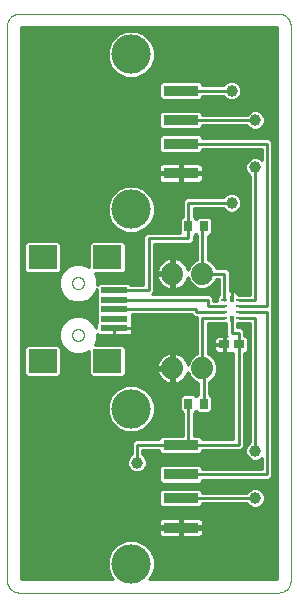
<source format=gtl>
G75*
%MOIN*%
%OFA0B0*%
%FSLAX25Y25*%
%IPPOS*%
%LPD*%
%AMOC8*
5,1,8,0,0,1.08239X$1,22.5*
%
%ADD10C,0.00000*%
%ADD11R,0.03642X0.02913*%
%ADD12C,0.13100*%
%ADD13R,0.11811X0.03543*%
%ADD14R,0.09449X0.07874*%
%ADD15R,0.09087X0.01969*%
%ADD16C,0.07400*%
%ADD17R,0.02756X0.03543*%
%ADD18R,0.02283X0.00984*%
%ADD19R,0.01378X0.02480*%
%ADD20C,0.01000*%
%ADD21C,0.03962*%
D10*
X0001500Y0005437D02*
X0001500Y0190476D01*
X0001502Y0190600D01*
X0001508Y0190723D01*
X0001517Y0190847D01*
X0001531Y0190969D01*
X0001548Y0191092D01*
X0001570Y0191214D01*
X0001595Y0191335D01*
X0001624Y0191455D01*
X0001656Y0191574D01*
X0001693Y0191693D01*
X0001733Y0191810D01*
X0001776Y0191925D01*
X0001824Y0192040D01*
X0001875Y0192152D01*
X0001929Y0192263D01*
X0001987Y0192373D01*
X0002048Y0192480D01*
X0002113Y0192586D01*
X0002181Y0192689D01*
X0002252Y0192790D01*
X0002326Y0192889D01*
X0002403Y0192986D01*
X0002484Y0193080D01*
X0002567Y0193171D01*
X0002653Y0193260D01*
X0002742Y0193346D01*
X0002833Y0193429D01*
X0002927Y0193510D01*
X0003024Y0193587D01*
X0003123Y0193661D01*
X0003224Y0193732D01*
X0003327Y0193800D01*
X0003433Y0193865D01*
X0003540Y0193926D01*
X0003650Y0193984D01*
X0003761Y0194038D01*
X0003873Y0194089D01*
X0003988Y0194137D01*
X0004103Y0194180D01*
X0004220Y0194220D01*
X0004339Y0194257D01*
X0004458Y0194289D01*
X0004578Y0194318D01*
X0004699Y0194343D01*
X0004821Y0194365D01*
X0004944Y0194382D01*
X0005066Y0194396D01*
X0005190Y0194405D01*
X0005313Y0194411D01*
X0005437Y0194413D01*
X0092051Y0194413D01*
X0092175Y0194411D01*
X0092298Y0194405D01*
X0092422Y0194396D01*
X0092544Y0194382D01*
X0092667Y0194365D01*
X0092789Y0194343D01*
X0092910Y0194318D01*
X0093030Y0194289D01*
X0093149Y0194257D01*
X0093268Y0194220D01*
X0093385Y0194180D01*
X0093500Y0194137D01*
X0093615Y0194089D01*
X0093727Y0194038D01*
X0093838Y0193984D01*
X0093948Y0193926D01*
X0094055Y0193865D01*
X0094161Y0193800D01*
X0094264Y0193732D01*
X0094365Y0193661D01*
X0094464Y0193587D01*
X0094561Y0193510D01*
X0094655Y0193429D01*
X0094746Y0193346D01*
X0094835Y0193260D01*
X0094921Y0193171D01*
X0095004Y0193080D01*
X0095085Y0192986D01*
X0095162Y0192889D01*
X0095236Y0192790D01*
X0095307Y0192689D01*
X0095375Y0192586D01*
X0095440Y0192480D01*
X0095501Y0192373D01*
X0095559Y0192263D01*
X0095613Y0192152D01*
X0095664Y0192040D01*
X0095712Y0191925D01*
X0095755Y0191810D01*
X0095795Y0191693D01*
X0095832Y0191574D01*
X0095864Y0191455D01*
X0095893Y0191335D01*
X0095918Y0191214D01*
X0095940Y0191092D01*
X0095957Y0190969D01*
X0095971Y0190847D01*
X0095980Y0190723D01*
X0095986Y0190600D01*
X0095988Y0190476D01*
X0095988Y0005437D01*
X0095986Y0005313D01*
X0095980Y0005190D01*
X0095971Y0005066D01*
X0095957Y0004944D01*
X0095940Y0004821D01*
X0095918Y0004699D01*
X0095893Y0004578D01*
X0095864Y0004458D01*
X0095832Y0004339D01*
X0095795Y0004220D01*
X0095755Y0004103D01*
X0095712Y0003988D01*
X0095664Y0003873D01*
X0095613Y0003761D01*
X0095559Y0003650D01*
X0095501Y0003540D01*
X0095440Y0003433D01*
X0095375Y0003327D01*
X0095307Y0003224D01*
X0095236Y0003123D01*
X0095162Y0003024D01*
X0095085Y0002927D01*
X0095004Y0002833D01*
X0094921Y0002742D01*
X0094835Y0002653D01*
X0094746Y0002567D01*
X0094655Y0002484D01*
X0094561Y0002403D01*
X0094464Y0002326D01*
X0094365Y0002252D01*
X0094264Y0002181D01*
X0094161Y0002113D01*
X0094055Y0002048D01*
X0093948Y0001987D01*
X0093838Y0001929D01*
X0093727Y0001875D01*
X0093615Y0001824D01*
X0093500Y0001776D01*
X0093385Y0001733D01*
X0093268Y0001693D01*
X0093149Y0001656D01*
X0093030Y0001624D01*
X0092910Y0001595D01*
X0092789Y0001570D01*
X0092667Y0001548D01*
X0092544Y0001531D01*
X0092422Y0001517D01*
X0092298Y0001508D01*
X0092175Y0001502D01*
X0092051Y0001500D01*
X0005437Y0001500D01*
X0005313Y0001502D01*
X0005190Y0001508D01*
X0005066Y0001517D01*
X0004944Y0001531D01*
X0004821Y0001548D01*
X0004699Y0001570D01*
X0004578Y0001595D01*
X0004458Y0001624D01*
X0004339Y0001656D01*
X0004220Y0001693D01*
X0004103Y0001733D01*
X0003988Y0001776D01*
X0003873Y0001824D01*
X0003761Y0001875D01*
X0003650Y0001929D01*
X0003540Y0001987D01*
X0003433Y0002048D01*
X0003327Y0002113D01*
X0003224Y0002181D01*
X0003123Y0002252D01*
X0003024Y0002326D01*
X0002927Y0002403D01*
X0002833Y0002484D01*
X0002742Y0002567D01*
X0002653Y0002653D01*
X0002567Y0002742D01*
X0002484Y0002833D01*
X0002403Y0002927D01*
X0002326Y0003024D01*
X0002252Y0003123D01*
X0002181Y0003224D01*
X0002113Y0003327D01*
X0002048Y0003433D01*
X0001987Y0003540D01*
X0001929Y0003650D01*
X0001875Y0003761D01*
X0001824Y0003873D01*
X0001776Y0003988D01*
X0001733Y0004103D01*
X0001693Y0004220D01*
X0001656Y0004339D01*
X0001624Y0004458D01*
X0001595Y0004578D01*
X0001570Y0004699D01*
X0001548Y0004821D01*
X0001531Y0004944D01*
X0001517Y0005066D01*
X0001508Y0005190D01*
X0001502Y0005313D01*
X0001500Y0005437D01*
X0023153Y0087327D02*
X0023155Y0087415D01*
X0023161Y0087503D01*
X0023171Y0087591D01*
X0023185Y0087679D01*
X0023202Y0087765D01*
X0023224Y0087851D01*
X0023249Y0087935D01*
X0023279Y0088019D01*
X0023311Y0088101D01*
X0023348Y0088181D01*
X0023388Y0088260D01*
X0023432Y0088337D01*
X0023479Y0088412D01*
X0023529Y0088484D01*
X0023583Y0088555D01*
X0023639Y0088622D01*
X0023699Y0088688D01*
X0023761Y0088750D01*
X0023827Y0088810D01*
X0023894Y0088866D01*
X0023965Y0088920D01*
X0024037Y0088970D01*
X0024112Y0089017D01*
X0024189Y0089061D01*
X0024268Y0089101D01*
X0024348Y0089138D01*
X0024430Y0089170D01*
X0024514Y0089200D01*
X0024598Y0089225D01*
X0024684Y0089247D01*
X0024770Y0089264D01*
X0024858Y0089278D01*
X0024946Y0089288D01*
X0025034Y0089294D01*
X0025122Y0089296D01*
X0025210Y0089294D01*
X0025298Y0089288D01*
X0025386Y0089278D01*
X0025474Y0089264D01*
X0025560Y0089247D01*
X0025646Y0089225D01*
X0025730Y0089200D01*
X0025814Y0089170D01*
X0025896Y0089138D01*
X0025976Y0089101D01*
X0026055Y0089061D01*
X0026132Y0089017D01*
X0026207Y0088970D01*
X0026279Y0088920D01*
X0026350Y0088866D01*
X0026417Y0088810D01*
X0026483Y0088750D01*
X0026545Y0088688D01*
X0026605Y0088622D01*
X0026661Y0088555D01*
X0026715Y0088484D01*
X0026765Y0088412D01*
X0026812Y0088337D01*
X0026856Y0088260D01*
X0026896Y0088181D01*
X0026933Y0088101D01*
X0026965Y0088019D01*
X0026995Y0087935D01*
X0027020Y0087851D01*
X0027042Y0087765D01*
X0027059Y0087679D01*
X0027073Y0087591D01*
X0027083Y0087503D01*
X0027089Y0087415D01*
X0027091Y0087327D01*
X0027089Y0087239D01*
X0027083Y0087151D01*
X0027073Y0087063D01*
X0027059Y0086975D01*
X0027042Y0086889D01*
X0027020Y0086803D01*
X0026995Y0086719D01*
X0026965Y0086635D01*
X0026933Y0086553D01*
X0026896Y0086473D01*
X0026856Y0086394D01*
X0026812Y0086317D01*
X0026765Y0086242D01*
X0026715Y0086170D01*
X0026661Y0086099D01*
X0026605Y0086032D01*
X0026545Y0085966D01*
X0026483Y0085904D01*
X0026417Y0085844D01*
X0026350Y0085788D01*
X0026279Y0085734D01*
X0026207Y0085684D01*
X0026132Y0085637D01*
X0026055Y0085593D01*
X0025976Y0085553D01*
X0025896Y0085516D01*
X0025814Y0085484D01*
X0025730Y0085454D01*
X0025646Y0085429D01*
X0025560Y0085407D01*
X0025474Y0085390D01*
X0025386Y0085376D01*
X0025298Y0085366D01*
X0025210Y0085360D01*
X0025122Y0085358D01*
X0025034Y0085360D01*
X0024946Y0085366D01*
X0024858Y0085376D01*
X0024770Y0085390D01*
X0024684Y0085407D01*
X0024598Y0085429D01*
X0024514Y0085454D01*
X0024430Y0085484D01*
X0024348Y0085516D01*
X0024268Y0085553D01*
X0024189Y0085593D01*
X0024112Y0085637D01*
X0024037Y0085684D01*
X0023965Y0085734D01*
X0023894Y0085788D01*
X0023827Y0085844D01*
X0023761Y0085904D01*
X0023699Y0085966D01*
X0023639Y0086032D01*
X0023583Y0086099D01*
X0023529Y0086170D01*
X0023479Y0086242D01*
X0023432Y0086317D01*
X0023388Y0086394D01*
X0023348Y0086473D01*
X0023311Y0086553D01*
X0023279Y0086635D01*
X0023249Y0086719D01*
X0023224Y0086803D01*
X0023202Y0086889D01*
X0023185Y0086975D01*
X0023171Y0087063D01*
X0023161Y0087151D01*
X0023155Y0087239D01*
X0023153Y0087327D01*
X0023153Y0104650D02*
X0023155Y0104738D01*
X0023161Y0104826D01*
X0023171Y0104914D01*
X0023185Y0105002D01*
X0023202Y0105088D01*
X0023224Y0105174D01*
X0023249Y0105258D01*
X0023279Y0105342D01*
X0023311Y0105424D01*
X0023348Y0105504D01*
X0023388Y0105583D01*
X0023432Y0105660D01*
X0023479Y0105735D01*
X0023529Y0105807D01*
X0023583Y0105878D01*
X0023639Y0105945D01*
X0023699Y0106011D01*
X0023761Y0106073D01*
X0023827Y0106133D01*
X0023894Y0106189D01*
X0023965Y0106243D01*
X0024037Y0106293D01*
X0024112Y0106340D01*
X0024189Y0106384D01*
X0024268Y0106424D01*
X0024348Y0106461D01*
X0024430Y0106493D01*
X0024514Y0106523D01*
X0024598Y0106548D01*
X0024684Y0106570D01*
X0024770Y0106587D01*
X0024858Y0106601D01*
X0024946Y0106611D01*
X0025034Y0106617D01*
X0025122Y0106619D01*
X0025210Y0106617D01*
X0025298Y0106611D01*
X0025386Y0106601D01*
X0025474Y0106587D01*
X0025560Y0106570D01*
X0025646Y0106548D01*
X0025730Y0106523D01*
X0025814Y0106493D01*
X0025896Y0106461D01*
X0025976Y0106424D01*
X0026055Y0106384D01*
X0026132Y0106340D01*
X0026207Y0106293D01*
X0026279Y0106243D01*
X0026350Y0106189D01*
X0026417Y0106133D01*
X0026483Y0106073D01*
X0026545Y0106011D01*
X0026605Y0105945D01*
X0026661Y0105878D01*
X0026715Y0105807D01*
X0026765Y0105735D01*
X0026812Y0105660D01*
X0026856Y0105583D01*
X0026896Y0105504D01*
X0026933Y0105424D01*
X0026965Y0105342D01*
X0026995Y0105258D01*
X0027020Y0105174D01*
X0027042Y0105088D01*
X0027059Y0105002D01*
X0027073Y0104914D01*
X0027083Y0104826D01*
X0027089Y0104738D01*
X0027091Y0104650D01*
X0027089Y0104562D01*
X0027083Y0104474D01*
X0027073Y0104386D01*
X0027059Y0104298D01*
X0027042Y0104212D01*
X0027020Y0104126D01*
X0026995Y0104042D01*
X0026965Y0103958D01*
X0026933Y0103876D01*
X0026896Y0103796D01*
X0026856Y0103717D01*
X0026812Y0103640D01*
X0026765Y0103565D01*
X0026715Y0103493D01*
X0026661Y0103422D01*
X0026605Y0103355D01*
X0026545Y0103289D01*
X0026483Y0103227D01*
X0026417Y0103167D01*
X0026350Y0103111D01*
X0026279Y0103057D01*
X0026207Y0103007D01*
X0026132Y0102960D01*
X0026055Y0102916D01*
X0025976Y0102876D01*
X0025896Y0102839D01*
X0025814Y0102807D01*
X0025730Y0102777D01*
X0025646Y0102752D01*
X0025560Y0102730D01*
X0025474Y0102713D01*
X0025386Y0102699D01*
X0025298Y0102689D01*
X0025210Y0102683D01*
X0025122Y0102681D01*
X0025034Y0102683D01*
X0024946Y0102689D01*
X0024858Y0102699D01*
X0024770Y0102713D01*
X0024684Y0102730D01*
X0024598Y0102752D01*
X0024514Y0102777D01*
X0024430Y0102807D01*
X0024348Y0102839D01*
X0024268Y0102876D01*
X0024189Y0102916D01*
X0024112Y0102960D01*
X0024037Y0103007D01*
X0023965Y0103057D01*
X0023894Y0103111D01*
X0023827Y0103167D01*
X0023761Y0103227D01*
X0023699Y0103289D01*
X0023639Y0103355D01*
X0023583Y0103422D01*
X0023529Y0103493D01*
X0023479Y0103565D01*
X0023432Y0103640D01*
X0023388Y0103717D01*
X0023348Y0103796D01*
X0023311Y0103876D01*
X0023279Y0103958D01*
X0023249Y0104042D01*
X0023224Y0104126D01*
X0023202Y0104212D01*
X0023185Y0104298D01*
X0023171Y0104386D01*
X0023161Y0104474D01*
X0023155Y0104562D01*
X0023153Y0104650D01*
D11*
X0073941Y0084177D03*
X0078665Y0084177D03*
D12*
X0042839Y0062783D03*
X0042839Y0011083D03*
X0042839Y0129193D03*
X0042839Y0180893D03*
D13*
X0059421Y0168823D03*
X0059421Y0158980D03*
X0059421Y0151106D03*
X0059421Y0141264D03*
X0059421Y0050713D03*
X0059421Y0040870D03*
X0059421Y0032996D03*
X0059421Y0023154D03*
D14*
X0034965Y0078665D03*
X0034965Y0113311D03*
X0013311Y0113311D03*
X0013311Y0078665D03*
D15*
X0037185Y0089689D03*
X0037185Y0092839D03*
X0037185Y0095988D03*
X0037185Y0099138D03*
X0037185Y0102287D03*
D16*
X0056618Y0107799D03*
X0066618Y0107799D03*
X0066618Y0076303D03*
X0056618Y0076303D03*
D17*
X0061933Y0064492D03*
X0067051Y0064492D03*
X0067051Y0123547D03*
X0061933Y0123547D03*
D18*
X0073941Y0098941D03*
X0073941Y0096972D03*
X0073941Y0095004D03*
X0073941Y0093035D03*
X0078665Y0093035D03*
X0078665Y0095004D03*
X0078665Y0096972D03*
X0078665Y0098941D03*
D19*
X0076303Y0099335D03*
X0076303Y0092642D03*
D20*
X0076303Y0088114D01*
X0078665Y0088114D01*
X0078665Y0084177D01*
X0078665Y0050713D01*
X0059421Y0050713D01*
X0044807Y0050713D01*
X0044807Y0044807D01*
X0042948Y0042026D02*
X0044154Y0041526D01*
X0045460Y0041526D01*
X0046666Y0042026D01*
X0047589Y0042948D01*
X0048088Y0044154D01*
X0048088Y0045460D01*
X0047589Y0046666D01*
X0046666Y0047589D01*
X0046607Y0047613D01*
X0046607Y0048913D01*
X0052216Y0048913D01*
X0052216Y0048402D01*
X0052977Y0047641D01*
X0065865Y0047641D01*
X0066627Y0048402D01*
X0066627Y0048913D01*
X0079411Y0048913D01*
X0080465Y0049967D01*
X0080465Y0081420D01*
X0081025Y0081420D01*
X0081786Y0082182D01*
X0081786Y0086172D01*
X0081025Y0086934D01*
X0080465Y0086934D01*
X0080465Y0088860D01*
X0079411Y0089914D01*
X0078103Y0089914D01*
X0078103Y0090674D01*
X0078292Y0090863D01*
X0078292Y0091235D01*
X0082377Y0091235D01*
X0082377Y0051550D01*
X0082319Y0051526D01*
X0081396Y0050603D01*
X0080896Y0049397D01*
X0080896Y0048091D01*
X0081396Y0046885D01*
X0082319Y0045963D01*
X0083525Y0045463D01*
X0084830Y0045463D01*
X0086036Y0045963D01*
X0086314Y0046241D01*
X0086314Y0042670D01*
X0066627Y0042670D01*
X0066627Y0043180D01*
X0065865Y0043942D01*
X0052977Y0043942D01*
X0052216Y0043180D01*
X0052216Y0038560D01*
X0052977Y0037798D01*
X0065865Y0037798D01*
X0066627Y0038560D01*
X0066627Y0039070D01*
X0088860Y0039070D01*
X0089914Y0040124D01*
X0089914Y0095750D01*
X0089675Y0095988D01*
X0089914Y0096227D01*
X0089914Y0151852D01*
X0088860Y0152906D01*
X0066627Y0152906D01*
X0066627Y0153416D01*
X0065865Y0154178D01*
X0052977Y0154178D01*
X0052216Y0153416D01*
X0052216Y0148796D01*
X0052977Y0148035D01*
X0065865Y0148035D01*
X0066627Y0148796D01*
X0066627Y0149306D01*
X0086314Y0149306D01*
X0086314Y0145735D01*
X0086036Y0146014D01*
X0084830Y0146513D01*
X0083525Y0146513D01*
X0082319Y0146014D01*
X0081396Y0145091D01*
X0080896Y0143885D01*
X0080896Y0142580D01*
X0081396Y0141374D01*
X0082319Y0140451D01*
X0082377Y0140426D01*
X0082377Y0100741D01*
X0078492Y0100741D01*
X0078492Y0100772D01*
X0078390Y0101154D01*
X0078192Y0101496D01*
X0077913Y0101775D01*
X0077571Y0101973D01*
X0077190Y0102075D01*
X0076303Y0102075D01*
X0075741Y0102075D01*
X0075741Y0108545D01*
X0074687Y0109599D01*
X0071284Y0109599D01*
X0070857Y0110631D01*
X0069450Y0112038D01*
X0068418Y0112466D01*
X0068418Y0120476D01*
X0068968Y0120476D01*
X0069729Y0121237D01*
X0069729Y0125857D01*
X0068968Y0126619D01*
X0065135Y0126619D01*
X0064492Y0125976D01*
X0063849Y0126619D01*
X0063733Y0126619D01*
X0063733Y0129621D01*
X0073497Y0129621D01*
X0073522Y0129563D01*
X0074445Y0128640D01*
X0075650Y0128140D01*
X0076956Y0128140D01*
X0078162Y0128640D01*
X0079085Y0129563D01*
X0079584Y0130769D01*
X0079584Y0132074D01*
X0079085Y0133280D01*
X0078162Y0134203D01*
X0076956Y0134702D01*
X0075650Y0134702D01*
X0074445Y0134203D01*
X0073522Y0133280D01*
X0073497Y0133221D01*
X0061187Y0133221D01*
X0060133Y0132167D01*
X0060133Y0126619D01*
X0060017Y0126619D01*
X0059255Y0125857D01*
X0059255Y0121410D01*
X0047998Y0121410D01*
X0046944Y0120356D01*
X0046944Y0104087D01*
X0042751Y0104087D01*
X0042267Y0104572D01*
X0032103Y0104572D01*
X0031591Y0104059D01*
X0031591Y0105936D01*
X0030705Y0108074D01*
X0040227Y0108074D01*
X0040989Y0108836D01*
X0040989Y0117787D01*
X0040227Y0118548D01*
X0029702Y0118548D01*
X0028940Y0117787D01*
X0028940Y0109979D01*
X0028786Y0110133D01*
X0026409Y0111118D01*
X0023835Y0111118D01*
X0021458Y0110133D01*
X0019638Y0108314D01*
X0018654Y0105936D01*
X0018654Y0103363D01*
X0019638Y0100985D01*
X0021458Y0099166D01*
X0023835Y0098181D01*
X0026409Y0098181D01*
X0028786Y0099166D01*
X0030606Y0100985D01*
X0031342Y0102762D01*
X0031342Y0100765D01*
X0031394Y0100713D01*
X0031342Y0100661D01*
X0031342Y0097615D01*
X0031394Y0097563D01*
X0031342Y0097511D01*
X0031342Y0094465D01*
X0031394Y0094413D01*
X0031342Y0094361D01*
X0031342Y0091422D01*
X0031244Y0091252D01*
X0031142Y0090871D01*
X0031142Y0089697D01*
X0030606Y0090991D01*
X0028786Y0092810D01*
X0026409Y0093795D01*
X0023835Y0093795D01*
X0021458Y0092810D01*
X0019638Y0090991D01*
X0018654Y0088613D01*
X0018654Y0086040D01*
X0019638Y0083663D01*
X0021458Y0081843D01*
X0023835Y0080858D01*
X0026409Y0080858D01*
X0028786Y0081843D01*
X0028940Y0081997D01*
X0028940Y0074190D01*
X0029702Y0073428D01*
X0040227Y0073428D01*
X0040989Y0074190D01*
X0040989Y0083141D01*
X0040227Y0083902D01*
X0030705Y0083902D01*
X0031591Y0086040D01*
X0031591Y0087635D01*
X0031721Y0087504D01*
X0032063Y0087307D01*
X0032444Y0087205D01*
X0037185Y0087205D01*
X0041926Y0087205D01*
X0042307Y0087307D01*
X0042649Y0087504D01*
X0042929Y0087784D01*
X0043126Y0088126D01*
X0043228Y0088507D01*
X0043228Y0089689D01*
X0043228Y0090871D01*
X0043126Y0091252D01*
X0043028Y0091422D01*
X0043028Y0094188D01*
X0062762Y0094188D01*
X0063747Y0093204D01*
X0064818Y0093204D01*
X0064818Y0080970D01*
X0063786Y0080542D01*
X0062379Y0079135D01*
X0061696Y0077485D01*
X0061690Y0077521D01*
X0061437Y0078299D01*
X0061066Y0079029D01*
X0060584Y0079691D01*
X0060006Y0080269D01*
X0059344Y0080751D01*
X0058614Y0081122D01*
X0057836Y0081375D01*
X0057118Y0081489D01*
X0057118Y0076803D01*
X0056118Y0076803D01*
X0056118Y0075803D01*
X0057118Y0075803D01*
X0057118Y0071118D01*
X0057836Y0071231D01*
X0058614Y0071484D01*
X0059344Y0071856D01*
X0060006Y0072337D01*
X0060584Y0072916D01*
X0061066Y0073578D01*
X0061437Y0074307D01*
X0061690Y0075085D01*
X0061696Y0075121D01*
X0062379Y0073471D01*
X0063786Y0072064D01*
X0065251Y0071457D01*
X0065251Y0067564D01*
X0065135Y0067564D01*
X0064492Y0066921D01*
X0063849Y0067564D01*
X0060017Y0067564D01*
X0059255Y0066802D01*
X0059255Y0062182D01*
X0060017Y0061420D01*
X0060133Y0061420D01*
X0060133Y0053784D01*
X0052977Y0053784D01*
X0052216Y0053023D01*
X0052216Y0052513D01*
X0044061Y0052513D01*
X0043007Y0051458D01*
X0043007Y0047613D01*
X0042948Y0047589D01*
X0042026Y0046666D01*
X0041526Y0045460D01*
X0041526Y0044154D01*
X0042026Y0042948D01*
X0042948Y0042026D01*
X0042535Y0042439D02*
X0006000Y0042439D01*
X0006000Y0043437D02*
X0041823Y0043437D01*
X0041526Y0044436D02*
X0006000Y0044436D01*
X0006000Y0045434D02*
X0041526Y0045434D01*
X0041929Y0046433D02*
X0006000Y0046433D01*
X0006000Y0047432D02*
X0042791Y0047432D01*
X0043007Y0048430D02*
X0006000Y0048430D01*
X0006000Y0049429D02*
X0043007Y0049429D01*
X0043007Y0050427D02*
X0006000Y0050427D01*
X0006000Y0051426D02*
X0043007Y0051426D01*
X0043973Y0052424D02*
X0006000Y0052424D01*
X0006000Y0053423D02*
X0052616Y0053423D01*
X0052216Y0048430D02*
X0046607Y0048430D01*
X0046823Y0047432D02*
X0081169Y0047432D01*
X0080896Y0048430D02*
X0066627Y0048430D01*
X0066627Y0052513D02*
X0066627Y0053023D01*
X0065865Y0053784D01*
X0063733Y0053784D01*
X0063733Y0061420D01*
X0063849Y0061420D01*
X0064492Y0062063D01*
X0065135Y0061420D01*
X0068968Y0061420D01*
X0069729Y0062182D01*
X0069729Y0066802D01*
X0068968Y0067564D01*
X0068851Y0067564D01*
X0068851Y0071816D01*
X0069450Y0072064D01*
X0070857Y0073471D01*
X0071618Y0075309D01*
X0071618Y0077298D01*
X0070857Y0079135D01*
X0069450Y0080542D01*
X0068418Y0080970D01*
X0068418Y0091235D01*
X0074314Y0091235D01*
X0074314Y0090863D01*
X0074503Y0090674D01*
X0074503Y0087369D01*
X0074738Y0087134D01*
X0074169Y0087134D01*
X0074169Y0084406D01*
X0073713Y0084406D01*
X0073713Y0087134D01*
X0071923Y0087134D01*
X0071541Y0087032D01*
X0071199Y0086834D01*
X0070920Y0086555D01*
X0070722Y0086213D01*
X0070620Y0085831D01*
X0070620Y0084406D01*
X0073713Y0084406D01*
X0073713Y0083949D01*
X0074169Y0083949D01*
X0074169Y0081220D01*
X0075959Y0081220D01*
X0076341Y0081323D01*
X0076510Y0081420D01*
X0076865Y0081420D01*
X0076865Y0052513D01*
X0066627Y0052513D01*
X0066227Y0053423D02*
X0076865Y0053423D01*
X0076865Y0054421D02*
X0063733Y0054421D01*
X0063733Y0055420D02*
X0076865Y0055420D01*
X0076865Y0056418D02*
X0063733Y0056418D01*
X0063733Y0057417D02*
X0076865Y0057417D01*
X0076865Y0058415D02*
X0063733Y0058415D01*
X0063733Y0059414D02*
X0076865Y0059414D01*
X0076865Y0060412D02*
X0063733Y0060412D01*
X0063733Y0061411D02*
X0076865Y0061411D01*
X0076865Y0062409D02*
X0069729Y0062409D01*
X0069729Y0063408D02*
X0076865Y0063408D01*
X0076865Y0064406D02*
X0069729Y0064406D01*
X0069729Y0065405D02*
X0076865Y0065405D01*
X0076865Y0066403D02*
X0069729Y0066403D01*
X0069130Y0067402D02*
X0076865Y0067402D01*
X0076865Y0068400D02*
X0068851Y0068400D01*
X0068851Y0069399D02*
X0076865Y0069399D01*
X0076865Y0070397D02*
X0068851Y0070397D01*
X0068851Y0071396D02*
X0076865Y0071396D01*
X0076865Y0072394D02*
X0069780Y0072394D01*
X0070779Y0073393D02*
X0076865Y0073393D01*
X0076865Y0074391D02*
X0071238Y0074391D01*
X0071618Y0075390D02*
X0076865Y0075390D01*
X0076865Y0076388D02*
X0071618Y0076388D01*
X0071581Y0077387D02*
X0076865Y0077387D01*
X0076865Y0078385D02*
X0071168Y0078385D01*
X0070608Y0079384D02*
X0076865Y0079384D01*
X0076865Y0080382D02*
X0069610Y0080382D01*
X0068418Y0081381D02*
X0071440Y0081381D01*
X0071541Y0081323D02*
X0071923Y0081220D01*
X0073713Y0081220D01*
X0073713Y0083949D01*
X0070620Y0083949D01*
X0070620Y0082523D01*
X0070722Y0082141D01*
X0070920Y0081799D01*
X0071199Y0081520D01*
X0071541Y0081323D01*
X0070659Y0082379D02*
X0068418Y0082379D01*
X0068418Y0083378D02*
X0070620Y0083378D01*
X0070620Y0085375D02*
X0068418Y0085375D01*
X0068418Y0086373D02*
X0070815Y0086373D01*
X0068418Y0087372D02*
X0074503Y0087372D01*
X0074503Y0088370D02*
X0068418Y0088370D01*
X0068418Y0089369D02*
X0074503Y0089369D01*
X0074503Y0090368D02*
X0068418Y0090368D01*
X0066618Y0093035D02*
X0073941Y0093035D01*
X0073941Y0095004D02*
X0064492Y0095004D01*
X0064492Y0095988D01*
X0037185Y0095988D01*
X0037185Y0099138D02*
X0068429Y0099138D01*
X0068429Y0096972D01*
X0073941Y0096972D01*
X0073941Y0098941D02*
X0073941Y0107799D01*
X0066618Y0107799D01*
X0066618Y0123547D01*
X0067051Y0123547D01*
X0068418Y0120323D02*
X0082377Y0120323D01*
X0082377Y0121321D02*
X0069729Y0121321D01*
X0069729Y0122320D02*
X0082377Y0122320D01*
X0082377Y0123318D02*
X0069729Y0123318D01*
X0069729Y0124317D02*
X0082377Y0124317D01*
X0082377Y0125315D02*
X0069729Y0125315D01*
X0069273Y0126314D02*
X0082377Y0126314D01*
X0082377Y0127312D02*
X0063733Y0127312D01*
X0063733Y0128311D02*
X0075238Y0128311D01*
X0073775Y0129309D02*
X0063733Y0129309D01*
X0061933Y0131421D02*
X0076303Y0131421D01*
X0077922Y0134302D02*
X0082377Y0134302D01*
X0082377Y0133303D02*
X0079061Y0133303D01*
X0079489Y0132305D02*
X0082377Y0132305D01*
X0082377Y0131306D02*
X0079584Y0131306D01*
X0079393Y0130308D02*
X0082377Y0130308D01*
X0082377Y0129309D02*
X0078832Y0129309D01*
X0077368Y0128311D02*
X0082377Y0128311D01*
X0082377Y0135301D02*
X0047833Y0135301D01*
X0047285Y0135848D02*
X0049493Y0133640D01*
X0050689Y0130755D01*
X0050689Y0127632D01*
X0049493Y0124747D01*
X0047285Y0122538D01*
X0044400Y0121343D01*
X0041277Y0121343D01*
X0038392Y0122538D01*
X0036184Y0124747D01*
X0034989Y0127632D01*
X0034989Y0130755D01*
X0036184Y0133640D01*
X0038392Y0135848D01*
X0041277Y0137043D01*
X0044400Y0137043D01*
X0047285Y0135848D01*
X0046197Y0136299D02*
X0082377Y0136299D01*
X0082377Y0137298D02*
X0006000Y0137298D01*
X0006000Y0138296D02*
X0052591Y0138296D01*
X0052595Y0138292D02*
X0052937Y0138094D01*
X0053318Y0137992D01*
X0059035Y0137992D01*
X0059035Y0140878D01*
X0052016Y0140878D01*
X0052016Y0139295D01*
X0052118Y0138913D01*
X0052315Y0138571D01*
X0052595Y0138292D01*
X0052016Y0139295D02*
X0006000Y0139295D01*
X0006000Y0140293D02*
X0052016Y0140293D01*
X0052016Y0141650D02*
X0059035Y0141650D01*
X0059035Y0140878D01*
X0059807Y0140878D01*
X0059807Y0137992D01*
X0065524Y0137992D01*
X0065906Y0138094D01*
X0066248Y0138292D01*
X0066527Y0138571D01*
X0066725Y0138913D01*
X0066827Y0139295D01*
X0066827Y0140878D01*
X0059807Y0140878D01*
X0059807Y0141650D01*
X0059035Y0141650D01*
X0059035Y0144535D01*
X0053318Y0144535D01*
X0052937Y0144433D01*
X0052595Y0144236D01*
X0052315Y0143956D01*
X0052118Y0143614D01*
X0052016Y0143233D01*
X0052016Y0141650D01*
X0052016Y0142290D02*
X0006000Y0142290D01*
X0006000Y0141292D02*
X0059035Y0141292D01*
X0059807Y0141292D02*
X0081478Y0141292D01*
X0081016Y0142290D02*
X0066827Y0142290D01*
X0066827Y0141650D02*
X0066827Y0143233D01*
X0066725Y0143614D01*
X0066527Y0143956D01*
X0066248Y0144236D01*
X0065906Y0144433D01*
X0065524Y0144535D01*
X0059807Y0144535D01*
X0059807Y0141650D01*
X0066827Y0141650D01*
X0066827Y0140293D02*
X0082377Y0140293D01*
X0082377Y0139295D02*
X0066827Y0139295D01*
X0066252Y0138296D02*
X0082377Y0138296D01*
X0080896Y0143289D02*
X0066812Y0143289D01*
X0066159Y0144287D02*
X0081063Y0144287D01*
X0081590Y0145286D02*
X0006000Y0145286D01*
X0006000Y0146284D02*
X0082971Y0146284D01*
X0084177Y0143232D02*
X0084177Y0098941D01*
X0078665Y0098941D01*
X0078665Y0096972D02*
X0088114Y0096972D01*
X0088114Y0151106D01*
X0059421Y0151106D01*
X0059035Y0144287D02*
X0059807Y0144287D01*
X0059807Y0143289D02*
X0059035Y0143289D01*
X0059035Y0142290D02*
X0059807Y0142290D01*
X0059807Y0140293D02*
X0059035Y0140293D01*
X0059035Y0139295D02*
X0059807Y0139295D01*
X0059807Y0138296D02*
X0059035Y0138296D01*
X0060271Y0132305D02*
X0050046Y0132305D01*
X0049633Y0133303D02*
X0073545Y0133303D01*
X0074684Y0134302D02*
X0048831Y0134302D01*
X0050460Y0131306D02*
X0060133Y0131306D01*
X0060133Y0130308D02*
X0050689Y0130308D01*
X0050689Y0129309D02*
X0060133Y0129309D01*
X0060133Y0128311D02*
X0050689Y0128311D01*
X0050556Y0127312D02*
X0060133Y0127312D01*
X0059712Y0126314D02*
X0050143Y0126314D01*
X0049729Y0125315D02*
X0059255Y0125315D01*
X0059255Y0124317D02*
X0049064Y0124317D01*
X0048065Y0123318D02*
X0059255Y0123318D01*
X0059255Y0122320D02*
X0046758Y0122320D01*
X0046944Y0120323D02*
X0006000Y0120323D01*
X0006000Y0121321D02*
X0047910Y0121321D01*
X0048744Y0119610D02*
X0061933Y0119610D01*
X0061933Y0123547D01*
X0061933Y0131421D01*
X0064154Y0126314D02*
X0064830Y0126314D01*
X0064492Y0121118D02*
X0063849Y0120476D01*
X0063733Y0120476D01*
X0063733Y0118865D01*
X0062679Y0117810D01*
X0050544Y0117810D01*
X0050544Y0101542D01*
X0049940Y0100938D01*
X0069175Y0100938D01*
X0070229Y0099883D01*
X0070229Y0098772D01*
X0071499Y0098772D01*
X0071499Y0099972D01*
X0072141Y0100613D01*
X0072141Y0105999D01*
X0071284Y0105999D01*
X0070857Y0104967D01*
X0069450Y0103560D01*
X0067613Y0102799D01*
X0065624Y0102799D01*
X0063786Y0103560D01*
X0062379Y0104967D01*
X0061696Y0106617D01*
X0061690Y0106582D01*
X0061437Y0105803D01*
X0061066Y0105074D01*
X0060584Y0104412D01*
X0060006Y0103833D01*
X0059344Y0103352D01*
X0058614Y0102980D01*
X0057836Y0102727D01*
X0057118Y0102614D01*
X0057118Y0107299D01*
X0056118Y0107299D01*
X0056118Y0102614D01*
X0055400Y0102727D01*
X0054622Y0102980D01*
X0053893Y0103352D01*
X0053231Y0103833D01*
X0052652Y0104412D01*
X0052171Y0105074D01*
X0051799Y0105803D01*
X0051546Y0106582D01*
X0051432Y0107299D01*
X0056118Y0107299D01*
X0056118Y0108299D01*
X0051432Y0108299D01*
X0051546Y0109017D01*
X0051799Y0109795D01*
X0052171Y0110525D01*
X0052652Y0111187D01*
X0053231Y0111766D01*
X0053893Y0112247D01*
X0054622Y0112618D01*
X0055400Y0112871D01*
X0056118Y0112985D01*
X0056118Y0108299D01*
X0057118Y0108299D01*
X0057118Y0112985D01*
X0057836Y0112871D01*
X0058614Y0112618D01*
X0059344Y0112247D01*
X0060006Y0111766D01*
X0060584Y0111187D01*
X0061066Y0110525D01*
X0061437Y0109795D01*
X0061690Y0109017D01*
X0061696Y0108981D01*
X0062379Y0110631D01*
X0063786Y0112038D01*
X0064818Y0112466D01*
X0064818Y0120792D01*
X0064492Y0121118D01*
X0064818Y0120323D02*
X0063733Y0120323D01*
X0063733Y0119324D02*
X0064818Y0119324D01*
X0064818Y0118326D02*
X0063194Y0118326D01*
X0064818Y0117327D02*
X0050544Y0117327D01*
X0050544Y0116329D02*
X0064818Y0116329D01*
X0064818Y0115330D02*
X0050544Y0115330D01*
X0050544Y0114332D02*
X0064818Y0114332D01*
X0064818Y0113333D02*
X0050544Y0113333D01*
X0050544Y0112335D02*
X0054066Y0112335D01*
X0052801Y0111336D02*
X0050544Y0111336D01*
X0050544Y0110338D02*
X0052075Y0110338D01*
X0051651Y0109339D02*
X0050544Y0109339D01*
X0050544Y0108341D02*
X0051439Y0108341D01*
X0050544Y0107342D02*
X0056118Y0107342D01*
X0056118Y0106344D02*
X0057118Y0106344D01*
X0057118Y0105345D02*
X0056118Y0105345D01*
X0056118Y0104347D02*
X0057118Y0104347D01*
X0057118Y0103348D02*
X0056118Y0103348D01*
X0053900Y0103348D02*
X0050544Y0103348D01*
X0050544Y0102350D02*
X0072141Y0102350D01*
X0072141Y0103348D02*
X0068938Y0103348D01*
X0069760Y0100353D02*
X0071880Y0100353D01*
X0072141Y0101351D02*
X0050353Y0101351D01*
X0048744Y0102287D02*
X0048744Y0119610D01*
X0046944Y0119324D02*
X0006000Y0119324D01*
X0006000Y0118326D02*
X0007826Y0118326D01*
X0008048Y0118548D02*
X0007287Y0117787D01*
X0007287Y0108836D01*
X0008048Y0108074D01*
X0018574Y0108074D01*
X0019335Y0108836D01*
X0019335Y0117787D01*
X0018574Y0118548D01*
X0008048Y0118548D01*
X0007287Y0117327D02*
X0006000Y0117327D01*
X0006000Y0116329D02*
X0007287Y0116329D01*
X0007287Y0115330D02*
X0006000Y0115330D01*
X0006000Y0114332D02*
X0007287Y0114332D01*
X0007287Y0113333D02*
X0006000Y0113333D01*
X0006000Y0112335D02*
X0007287Y0112335D01*
X0007287Y0111336D02*
X0006000Y0111336D01*
X0006000Y0110338D02*
X0007287Y0110338D01*
X0007287Y0109339D02*
X0006000Y0109339D01*
X0006000Y0108341D02*
X0007781Y0108341D01*
X0006000Y0107342D02*
X0019236Y0107342D01*
X0018841Y0108341D02*
X0019665Y0108341D01*
X0019335Y0109339D02*
X0020664Y0109339D01*
X0021951Y0110338D02*
X0019335Y0110338D01*
X0019335Y0111336D02*
X0028940Y0111336D01*
X0028940Y0110338D02*
X0028293Y0110338D01*
X0028940Y0112335D02*
X0019335Y0112335D01*
X0019335Y0113333D02*
X0028940Y0113333D01*
X0028940Y0114332D02*
X0019335Y0114332D01*
X0019335Y0115330D02*
X0028940Y0115330D01*
X0028940Y0116329D02*
X0019335Y0116329D01*
X0019335Y0117327D02*
X0028940Y0117327D01*
X0029479Y0118326D02*
X0018796Y0118326D01*
X0018822Y0106344D02*
X0006000Y0106344D01*
X0006000Y0105345D02*
X0018654Y0105345D01*
X0018654Y0104347D02*
X0006000Y0104347D01*
X0006000Y0103348D02*
X0018660Y0103348D01*
X0019073Y0102350D02*
X0006000Y0102350D01*
X0006000Y0101351D02*
X0019487Y0101351D01*
X0020271Y0100353D02*
X0006000Y0100353D01*
X0006000Y0099354D02*
X0021270Y0099354D01*
X0023414Y0098356D02*
X0006000Y0098356D01*
X0006000Y0097357D02*
X0031342Y0097357D01*
X0031342Y0096359D02*
X0006000Y0096359D01*
X0006000Y0095360D02*
X0031342Y0095360D01*
X0031342Y0094362D02*
X0006000Y0094362D01*
X0006000Y0093363D02*
X0022792Y0093363D01*
X0021012Y0092365D02*
X0006000Y0092365D01*
X0006000Y0091366D02*
X0020013Y0091366D01*
X0019380Y0090368D02*
X0006000Y0090368D01*
X0006000Y0089369D02*
X0018967Y0089369D01*
X0018654Y0088370D02*
X0006000Y0088370D01*
X0006000Y0087372D02*
X0018654Y0087372D01*
X0018654Y0086373D02*
X0006000Y0086373D01*
X0006000Y0085375D02*
X0018929Y0085375D01*
X0019343Y0084376D02*
X0006000Y0084376D01*
X0006000Y0083378D02*
X0007524Y0083378D01*
X0007287Y0083141D02*
X0007287Y0074190D01*
X0008048Y0073428D01*
X0018574Y0073428D01*
X0019335Y0074190D01*
X0019335Y0083141D01*
X0018574Y0083902D01*
X0008048Y0083902D01*
X0007287Y0083141D01*
X0007287Y0082379D02*
X0006000Y0082379D01*
X0006000Y0081381D02*
X0007287Y0081381D01*
X0007287Y0080382D02*
X0006000Y0080382D01*
X0006000Y0079384D02*
X0007287Y0079384D01*
X0007287Y0078385D02*
X0006000Y0078385D01*
X0006000Y0077387D02*
X0007287Y0077387D01*
X0007287Y0076388D02*
X0006000Y0076388D01*
X0006000Y0075390D02*
X0007287Y0075390D01*
X0007287Y0074391D02*
X0006000Y0074391D01*
X0006000Y0073393D02*
X0052305Y0073393D01*
X0052171Y0073578D02*
X0052652Y0072916D01*
X0053231Y0072337D01*
X0053893Y0071856D01*
X0054622Y0071484D01*
X0055400Y0071231D01*
X0056118Y0071118D01*
X0056118Y0075803D01*
X0051432Y0075803D01*
X0051546Y0075085D01*
X0051799Y0074307D01*
X0052171Y0073578D01*
X0051772Y0074391D02*
X0040989Y0074391D01*
X0040989Y0075390D02*
X0051498Y0075390D01*
X0051432Y0076803D02*
X0056118Y0076803D01*
X0056118Y0081489D01*
X0055400Y0081375D01*
X0054622Y0081122D01*
X0053893Y0080751D01*
X0053231Y0080269D01*
X0052652Y0079691D01*
X0052171Y0079029D01*
X0051799Y0078299D01*
X0051546Y0077521D01*
X0051432Y0076803D01*
X0051525Y0077387D02*
X0040989Y0077387D01*
X0040989Y0078385D02*
X0051843Y0078385D01*
X0052429Y0079384D02*
X0040989Y0079384D01*
X0040989Y0080382D02*
X0053386Y0080382D01*
X0055437Y0081381D02*
X0040989Y0081381D01*
X0040989Y0082379D02*
X0064818Y0082379D01*
X0064818Y0081381D02*
X0057799Y0081381D01*
X0057118Y0081381D02*
X0056118Y0081381D01*
X0056118Y0080382D02*
X0057118Y0080382D01*
X0057118Y0079384D02*
X0056118Y0079384D01*
X0056118Y0078385D02*
X0057118Y0078385D01*
X0057118Y0077387D02*
X0056118Y0077387D01*
X0056118Y0076388D02*
X0040989Y0076388D01*
X0041277Y0070633D02*
X0038392Y0069438D01*
X0036184Y0067230D01*
X0034989Y0064345D01*
X0034989Y0061222D01*
X0036184Y0058336D01*
X0038392Y0056128D01*
X0041277Y0054933D01*
X0044400Y0054933D01*
X0047285Y0056128D01*
X0049493Y0058336D01*
X0050689Y0061222D01*
X0050689Y0064345D01*
X0049493Y0067230D01*
X0047285Y0069438D01*
X0044400Y0070633D01*
X0041277Y0070633D01*
X0040708Y0070397D02*
X0006000Y0070397D01*
X0006000Y0069399D02*
X0038353Y0069399D01*
X0037354Y0068400D02*
X0006000Y0068400D01*
X0006000Y0067402D02*
X0036356Y0067402D01*
X0035841Y0066403D02*
X0006000Y0066403D01*
X0006000Y0065405D02*
X0035428Y0065405D01*
X0035014Y0064406D02*
X0006000Y0064406D01*
X0006000Y0063408D02*
X0034989Y0063408D01*
X0034989Y0062409D02*
X0006000Y0062409D01*
X0006000Y0061411D02*
X0034989Y0061411D01*
X0035324Y0060412D02*
X0006000Y0060412D01*
X0006000Y0059414D02*
X0035737Y0059414D01*
X0036151Y0058415D02*
X0006000Y0058415D01*
X0006000Y0057417D02*
X0037103Y0057417D01*
X0038102Y0056418D02*
X0006000Y0056418D01*
X0006000Y0055420D02*
X0040102Y0055420D01*
X0045575Y0055420D02*
X0060133Y0055420D01*
X0060133Y0056418D02*
X0047575Y0056418D01*
X0048574Y0057417D02*
X0060133Y0057417D01*
X0060133Y0058415D02*
X0049526Y0058415D01*
X0049940Y0059414D02*
X0060133Y0059414D01*
X0060133Y0060412D02*
X0050353Y0060412D01*
X0050689Y0061411D02*
X0060133Y0061411D01*
X0059255Y0062409D02*
X0050689Y0062409D01*
X0050689Y0063408D02*
X0059255Y0063408D01*
X0059255Y0064406D02*
X0050663Y0064406D01*
X0050249Y0065405D02*
X0059255Y0065405D01*
X0059255Y0066403D02*
X0049836Y0066403D01*
X0049321Y0067402D02*
X0059855Y0067402D01*
X0061933Y0064492D02*
X0061933Y0050713D01*
X0059421Y0050713D01*
X0060133Y0054421D02*
X0006000Y0054421D01*
X0006000Y0041440D02*
X0052216Y0041440D01*
X0052216Y0040442D02*
X0006000Y0040442D01*
X0006000Y0039443D02*
X0052216Y0039443D01*
X0052331Y0038445D02*
X0006000Y0038445D01*
X0006000Y0037446D02*
X0091488Y0037446D01*
X0091488Y0036448D02*
X0006000Y0036448D01*
X0006000Y0035449D02*
X0052359Y0035449D01*
X0052216Y0035306D02*
X0052216Y0030686D01*
X0052977Y0029924D01*
X0065865Y0029924D01*
X0066627Y0030686D01*
X0066627Y0031196D01*
X0081371Y0031196D01*
X0081396Y0031137D01*
X0082319Y0030214D01*
X0083525Y0029715D01*
X0084830Y0029715D01*
X0086036Y0030214D01*
X0086959Y0031137D01*
X0087458Y0032343D01*
X0087458Y0033649D01*
X0086959Y0034855D01*
X0086036Y0035778D01*
X0084830Y0036277D01*
X0083525Y0036277D01*
X0082319Y0035778D01*
X0081396Y0034855D01*
X0081371Y0034796D01*
X0066627Y0034796D01*
X0066627Y0035306D01*
X0065865Y0036068D01*
X0052977Y0036068D01*
X0052216Y0035306D01*
X0052216Y0034451D02*
X0006000Y0034451D01*
X0006000Y0033452D02*
X0052216Y0033452D01*
X0052216Y0032454D02*
X0006000Y0032454D01*
X0006000Y0031455D02*
X0052216Y0031455D01*
X0052445Y0030457D02*
X0006000Y0030457D01*
X0006000Y0029458D02*
X0091488Y0029458D01*
X0091488Y0028460D02*
X0006000Y0028460D01*
X0006000Y0027461D02*
X0091488Y0027461D01*
X0091488Y0026463D02*
X0006000Y0026463D01*
X0006000Y0025464D02*
X0052107Y0025464D01*
X0052118Y0025504D02*
X0052016Y0025123D01*
X0052016Y0023539D01*
X0059035Y0023539D01*
X0059035Y0022768D01*
X0052016Y0022768D01*
X0052016Y0021184D01*
X0052118Y0020803D01*
X0052315Y0020461D01*
X0052595Y0020182D01*
X0052937Y0019984D01*
X0053318Y0019882D01*
X0059035Y0019882D01*
X0059035Y0022768D01*
X0059807Y0022768D01*
X0059807Y0023539D01*
X0066827Y0023539D01*
X0066827Y0025123D01*
X0066725Y0025504D01*
X0066527Y0025846D01*
X0066248Y0026125D01*
X0065906Y0026323D01*
X0065524Y0026425D01*
X0059807Y0026425D01*
X0059807Y0023539D01*
X0059035Y0023539D01*
X0059035Y0026425D01*
X0053318Y0026425D01*
X0052937Y0026323D01*
X0052595Y0026125D01*
X0052315Y0025846D01*
X0052118Y0025504D01*
X0052016Y0024466D02*
X0006000Y0024466D01*
X0006000Y0023467D02*
X0059035Y0023467D01*
X0059807Y0023467D02*
X0091488Y0023467D01*
X0091488Y0022469D02*
X0066827Y0022469D01*
X0066827Y0022768D02*
X0059807Y0022768D01*
X0059807Y0019882D01*
X0065524Y0019882D01*
X0065906Y0019984D01*
X0066248Y0020182D01*
X0066527Y0020461D01*
X0066725Y0020803D01*
X0066827Y0021184D01*
X0066827Y0022768D01*
X0066827Y0021470D02*
X0091488Y0021470D01*
X0091488Y0020472D02*
X0066533Y0020472D01*
X0066827Y0024466D02*
X0091488Y0024466D01*
X0091488Y0025464D02*
X0066735Y0025464D01*
X0066398Y0030457D02*
X0082076Y0030457D01*
X0084177Y0032996D02*
X0059421Y0032996D01*
X0059035Y0025464D02*
X0059807Y0025464D01*
X0059807Y0024466D02*
X0059035Y0024466D01*
X0059035Y0022469D02*
X0059807Y0022469D01*
X0059807Y0021470D02*
X0059035Y0021470D01*
X0059035Y0020472D02*
X0059807Y0020472D01*
X0052309Y0020472D02*
X0006000Y0020472D01*
X0006000Y0021470D02*
X0052016Y0021470D01*
X0052016Y0022469D02*
X0006000Y0022469D01*
X0006000Y0019473D02*
X0091488Y0019473D01*
X0091488Y0018475D02*
X0045507Y0018475D01*
X0044400Y0018933D02*
X0041277Y0018933D01*
X0038392Y0017738D01*
X0036184Y0015530D01*
X0034989Y0012645D01*
X0034989Y0009522D01*
X0036184Y0006636D01*
X0036820Y0006000D01*
X0006000Y0006000D01*
X0006000Y0006332D01*
X0006000Y0189913D01*
X0091488Y0189913D01*
X0091488Y0006000D01*
X0048857Y0006000D01*
X0049493Y0006636D01*
X0050689Y0009522D01*
X0050689Y0012645D01*
X0049493Y0015530D01*
X0047285Y0017738D01*
X0044400Y0018933D01*
X0047547Y0017476D02*
X0091488Y0017476D01*
X0091488Y0016478D02*
X0048546Y0016478D01*
X0049514Y0015479D02*
X0091488Y0015479D01*
X0091488Y0014481D02*
X0049928Y0014481D01*
X0050342Y0013482D02*
X0091488Y0013482D01*
X0091488Y0012484D02*
X0050689Y0012484D01*
X0050689Y0011485D02*
X0091488Y0011485D01*
X0091488Y0010487D02*
X0050689Y0010487D01*
X0050675Y0009488D02*
X0091488Y0009488D01*
X0091488Y0008490D02*
X0050261Y0008490D01*
X0049847Y0007491D02*
X0091488Y0007491D01*
X0091488Y0006493D02*
X0049350Y0006493D01*
X0040171Y0018475D02*
X0006000Y0018475D01*
X0006000Y0017476D02*
X0038130Y0017476D01*
X0037132Y0016478D02*
X0006000Y0016478D01*
X0006000Y0015479D02*
X0036163Y0015479D01*
X0035749Y0014481D02*
X0006000Y0014481D01*
X0006000Y0013482D02*
X0035336Y0013482D01*
X0034989Y0012484D02*
X0006000Y0012484D01*
X0006000Y0011485D02*
X0034989Y0011485D01*
X0034989Y0010487D02*
X0006000Y0010487D01*
X0006000Y0009488D02*
X0035002Y0009488D01*
X0035416Y0008490D02*
X0006000Y0008490D01*
X0006000Y0007491D02*
X0035830Y0007491D01*
X0036328Y0006493D02*
X0006000Y0006493D01*
X0006000Y0071396D02*
X0054894Y0071396D01*
X0056118Y0071396D02*
X0057118Y0071396D01*
X0057118Y0072394D02*
X0056118Y0072394D01*
X0056118Y0073393D02*
X0057118Y0073393D01*
X0057118Y0074391D02*
X0056118Y0074391D01*
X0056118Y0075390D02*
X0057118Y0075390D01*
X0058342Y0071396D02*
X0065251Y0071396D01*
X0065251Y0070397D02*
X0044969Y0070397D01*
X0047324Y0069399D02*
X0065251Y0069399D01*
X0065251Y0068400D02*
X0048323Y0068400D01*
X0053173Y0072394D02*
X0006000Y0072394D01*
X0019335Y0074391D02*
X0028940Y0074391D01*
X0028940Y0075390D02*
X0019335Y0075390D01*
X0019335Y0076388D02*
X0028940Y0076388D01*
X0028940Y0077387D02*
X0019335Y0077387D01*
X0019335Y0078385D02*
X0028940Y0078385D01*
X0028940Y0079384D02*
X0019335Y0079384D01*
X0019335Y0080382D02*
X0028940Y0080382D01*
X0028940Y0081381D02*
X0027670Y0081381D01*
X0030901Y0084376D02*
X0064818Y0084376D01*
X0064818Y0083378D02*
X0040752Y0083378D01*
X0042420Y0087372D02*
X0064818Y0087372D01*
X0064818Y0088370D02*
X0043192Y0088370D01*
X0043228Y0089369D02*
X0064818Y0089369D01*
X0064818Y0090368D02*
X0043228Y0090368D01*
X0043228Y0089689D02*
X0037185Y0089689D01*
X0037185Y0089689D01*
X0037185Y0089689D01*
X0037185Y0087205D01*
X0037185Y0089689D01*
X0043228Y0089689D01*
X0043060Y0091366D02*
X0064818Y0091366D01*
X0064818Y0092365D02*
X0043028Y0092365D01*
X0043028Y0093363D02*
X0063587Y0093363D01*
X0066618Y0093035D02*
X0066618Y0076303D01*
X0067051Y0076303D01*
X0067051Y0064492D01*
X0064973Y0067402D02*
X0064012Y0067402D01*
X0063456Y0072394D02*
X0060063Y0072394D01*
X0060931Y0073393D02*
X0062457Y0073393D01*
X0061998Y0074391D02*
X0061465Y0074391D01*
X0061393Y0078385D02*
X0062069Y0078385D01*
X0062628Y0079384D02*
X0060807Y0079384D01*
X0059850Y0080382D02*
X0063626Y0080382D01*
X0064818Y0085375D02*
X0031315Y0085375D01*
X0031591Y0086373D02*
X0064818Y0086373D01*
X0068418Y0084376D02*
X0073713Y0084376D01*
X0073713Y0083378D02*
X0074169Y0083378D01*
X0074169Y0082379D02*
X0073713Y0082379D01*
X0073713Y0081381D02*
X0074169Y0081381D01*
X0076442Y0081381D02*
X0076865Y0081381D01*
X0074169Y0085375D02*
X0073713Y0085375D01*
X0073713Y0086373D02*
X0074169Y0086373D01*
X0078103Y0090368D02*
X0082377Y0090368D01*
X0082377Y0089369D02*
X0079956Y0089369D01*
X0080465Y0088370D02*
X0082377Y0088370D01*
X0082377Y0087372D02*
X0080465Y0087372D01*
X0081585Y0086373D02*
X0082377Y0086373D01*
X0082377Y0085375D02*
X0081786Y0085375D01*
X0081786Y0084376D02*
X0082377Y0084376D01*
X0082377Y0083378D02*
X0081786Y0083378D01*
X0081786Y0082379D02*
X0082377Y0082379D01*
X0082377Y0081381D02*
X0080465Y0081381D01*
X0080465Y0080382D02*
X0082377Y0080382D01*
X0082377Y0079384D02*
X0080465Y0079384D01*
X0080465Y0078385D02*
X0082377Y0078385D01*
X0082377Y0077387D02*
X0080465Y0077387D01*
X0080465Y0076388D02*
X0082377Y0076388D01*
X0082377Y0075390D02*
X0080465Y0075390D01*
X0080465Y0074391D02*
X0082377Y0074391D01*
X0082377Y0073393D02*
X0080465Y0073393D01*
X0080465Y0072394D02*
X0082377Y0072394D01*
X0082377Y0071396D02*
X0080465Y0071396D01*
X0080465Y0070397D02*
X0082377Y0070397D01*
X0082377Y0069399D02*
X0080465Y0069399D01*
X0080465Y0068400D02*
X0082377Y0068400D01*
X0082377Y0067402D02*
X0080465Y0067402D01*
X0080465Y0066403D02*
X0082377Y0066403D01*
X0082377Y0065405D02*
X0080465Y0065405D01*
X0080465Y0064406D02*
X0082377Y0064406D01*
X0082377Y0063408D02*
X0080465Y0063408D01*
X0080465Y0062409D02*
X0082377Y0062409D01*
X0082377Y0061411D02*
X0080465Y0061411D01*
X0080465Y0060412D02*
X0082377Y0060412D01*
X0082377Y0059414D02*
X0080465Y0059414D01*
X0080465Y0058415D02*
X0082377Y0058415D01*
X0082377Y0057417D02*
X0080465Y0057417D01*
X0080465Y0056418D02*
X0082377Y0056418D01*
X0082377Y0055420D02*
X0080465Y0055420D01*
X0080465Y0054421D02*
X0082377Y0054421D01*
X0082377Y0053423D02*
X0080465Y0053423D01*
X0080465Y0052424D02*
X0082377Y0052424D01*
X0082218Y0051426D02*
X0080465Y0051426D01*
X0080465Y0050427D02*
X0081323Y0050427D01*
X0080909Y0049429D02*
X0079927Y0049429D01*
X0081848Y0046433D02*
X0047685Y0046433D01*
X0048088Y0045434D02*
X0086314Y0045434D01*
X0086314Y0044436D02*
X0048088Y0044436D01*
X0047791Y0043437D02*
X0052473Y0043437D01*
X0052216Y0042439D02*
X0047079Y0042439D01*
X0059421Y0040870D02*
X0088114Y0040870D01*
X0088114Y0095004D01*
X0078665Y0095004D01*
X0078665Y0093035D02*
X0084177Y0093035D01*
X0084177Y0048744D01*
X0086314Y0043437D02*
X0066369Y0043437D01*
X0066512Y0038445D02*
X0091488Y0038445D01*
X0091488Y0039443D02*
X0089233Y0039443D01*
X0089914Y0040442D02*
X0091488Y0040442D01*
X0091488Y0041440D02*
X0089914Y0041440D01*
X0089914Y0042439D02*
X0091488Y0042439D01*
X0091488Y0043437D02*
X0089914Y0043437D01*
X0089914Y0044436D02*
X0091488Y0044436D01*
X0091488Y0045434D02*
X0089914Y0045434D01*
X0089914Y0046433D02*
X0091488Y0046433D01*
X0091488Y0047432D02*
X0089914Y0047432D01*
X0089914Y0048430D02*
X0091488Y0048430D01*
X0091488Y0049429D02*
X0089914Y0049429D01*
X0089914Y0050427D02*
X0091488Y0050427D01*
X0091488Y0051426D02*
X0089914Y0051426D01*
X0089914Y0052424D02*
X0091488Y0052424D01*
X0091488Y0053423D02*
X0089914Y0053423D01*
X0089914Y0054421D02*
X0091488Y0054421D01*
X0091488Y0055420D02*
X0089914Y0055420D01*
X0089914Y0056418D02*
X0091488Y0056418D01*
X0091488Y0057417D02*
X0089914Y0057417D01*
X0089914Y0058415D02*
X0091488Y0058415D01*
X0091488Y0059414D02*
X0089914Y0059414D01*
X0089914Y0060412D02*
X0091488Y0060412D01*
X0091488Y0061411D02*
X0089914Y0061411D01*
X0089914Y0062409D02*
X0091488Y0062409D01*
X0091488Y0063408D02*
X0089914Y0063408D01*
X0089914Y0064406D02*
X0091488Y0064406D01*
X0091488Y0065405D02*
X0089914Y0065405D01*
X0089914Y0066403D02*
X0091488Y0066403D01*
X0091488Y0067402D02*
X0089914Y0067402D01*
X0089914Y0068400D02*
X0091488Y0068400D01*
X0091488Y0069399D02*
X0089914Y0069399D01*
X0089914Y0070397D02*
X0091488Y0070397D01*
X0091488Y0071396D02*
X0089914Y0071396D01*
X0089914Y0072394D02*
X0091488Y0072394D01*
X0091488Y0073393D02*
X0089914Y0073393D01*
X0089914Y0074391D02*
X0091488Y0074391D01*
X0091488Y0075390D02*
X0089914Y0075390D01*
X0089914Y0076388D02*
X0091488Y0076388D01*
X0091488Y0077387D02*
X0089914Y0077387D01*
X0089914Y0078385D02*
X0091488Y0078385D01*
X0091488Y0079384D02*
X0089914Y0079384D01*
X0089914Y0080382D02*
X0091488Y0080382D01*
X0091488Y0081381D02*
X0089914Y0081381D01*
X0089914Y0082379D02*
X0091488Y0082379D01*
X0091488Y0083378D02*
X0089914Y0083378D01*
X0089914Y0084376D02*
X0091488Y0084376D01*
X0091488Y0085375D02*
X0089914Y0085375D01*
X0089914Y0086373D02*
X0091488Y0086373D01*
X0091488Y0087372D02*
X0089914Y0087372D01*
X0089914Y0088370D02*
X0091488Y0088370D01*
X0091488Y0089369D02*
X0089914Y0089369D01*
X0089914Y0090368D02*
X0091488Y0090368D01*
X0091488Y0091366D02*
X0089914Y0091366D01*
X0089914Y0092365D02*
X0091488Y0092365D01*
X0091488Y0093363D02*
X0089914Y0093363D01*
X0089914Y0094362D02*
X0091488Y0094362D01*
X0091488Y0095360D02*
X0089914Y0095360D01*
X0089914Y0096359D02*
X0091488Y0096359D01*
X0091488Y0097357D02*
X0089914Y0097357D01*
X0089914Y0098356D02*
X0091488Y0098356D01*
X0091488Y0099354D02*
X0089914Y0099354D01*
X0089914Y0100353D02*
X0091488Y0100353D01*
X0091488Y0101351D02*
X0089914Y0101351D01*
X0089914Y0102350D02*
X0091488Y0102350D01*
X0091488Y0103348D02*
X0089914Y0103348D01*
X0089914Y0104347D02*
X0091488Y0104347D01*
X0091488Y0105345D02*
X0089914Y0105345D01*
X0089914Y0106344D02*
X0091488Y0106344D01*
X0091488Y0107342D02*
X0089914Y0107342D01*
X0089914Y0108341D02*
X0091488Y0108341D01*
X0091488Y0109339D02*
X0089914Y0109339D01*
X0089914Y0110338D02*
X0091488Y0110338D01*
X0091488Y0111336D02*
X0089914Y0111336D01*
X0089914Y0112335D02*
X0091488Y0112335D01*
X0091488Y0113333D02*
X0089914Y0113333D01*
X0089914Y0114332D02*
X0091488Y0114332D01*
X0091488Y0115330D02*
X0089914Y0115330D01*
X0089914Y0116329D02*
X0091488Y0116329D01*
X0091488Y0117327D02*
X0089914Y0117327D01*
X0089914Y0118326D02*
X0091488Y0118326D01*
X0091488Y0119324D02*
X0089914Y0119324D01*
X0089914Y0120323D02*
X0091488Y0120323D01*
X0091488Y0121321D02*
X0089914Y0121321D01*
X0089914Y0122320D02*
X0091488Y0122320D01*
X0091488Y0123318D02*
X0089914Y0123318D01*
X0089914Y0124317D02*
X0091488Y0124317D01*
X0091488Y0125315D02*
X0089914Y0125315D01*
X0089914Y0126314D02*
X0091488Y0126314D01*
X0091488Y0127312D02*
X0089914Y0127312D01*
X0089914Y0128311D02*
X0091488Y0128311D01*
X0091488Y0129309D02*
X0089914Y0129309D01*
X0089914Y0130308D02*
X0091488Y0130308D01*
X0091488Y0131306D02*
X0089914Y0131306D01*
X0089914Y0132305D02*
X0091488Y0132305D01*
X0091488Y0133303D02*
X0089914Y0133303D01*
X0089914Y0134302D02*
X0091488Y0134302D01*
X0091488Y0135301D02*
X0089914Y0135301D01*
X0089914Y0136299D02*
X0091488Y0136299D01*
X0091488Y0137298D02*
X0089914Y0137298D01*
X0089914Y0138296D02*
X0091488Y0138296D01*
X0091488Y0139295D02*
X0089914Y0139295D01*
X0089914Y0140293D02*
X0091488Y0140293D01*
X0091488Y0141292D02*
X0089914Y0141292D01*
X0089914Y0142290D02*
X0091488Y0142290D01*
X0091488Y0143289D02*
X0089914Y0143289D01*
X0089914Y0144287D02*
X0091488Y0144287D01*
X0091488Y0145286D02*
X0089914Y0145286D01*
X0089914Y0146284D02*
X0091488Y0146284D01*
X0091488Y0147283D02*
X0089914Y0147283D01*
X0089914Y0148281D02*
X0091488Y0148281D01*
X0091488Y0149280D02*
X0089914Y0149280D01*
X0089914Y0150278D02*
X0091488Y0150278D01*
X0091488Y0151277D02*
X0089914Y0151277D01*
X0089491Y0152275D02*
X0091488Y0152275D01*
X0091488Y0153274D02*
X0066627Y0153274D01*
X0065865Y0155909D02*
X0066627Y0156670D01*
X0066627Y0157180D01*
X0081371Y0157180D01*
X0081396Y0157122D01*
X0082319Y0156199D01*
X0083525Y0155699D01*
X0084830Y0155699D01*
X0086036Y0156199D01*
X0086959Y0157122D01*
X0087458Y0158328D01*
X0087458Y0159633D01*
X0086959Y0160839D01*
X0086036Y0161762D01*
X0084830Y0162261D01*
X0083525Y0162261D01*
X0082319Y0161762D01*
X0081396Y0160839D01*
X0081371Y0160780D01*
X0066627Y0160780D01*
X0066627Y0161290D01*
X0065865Y0162052D01*
X0052977Y0162052D01*
X0052216Y0161290D01*
X0052216Y0156670D01*
X0052977Y0155909D01*
X0065865Y0155909D01*
X0066226Y0156269D02*
X0082248Y0156269D01*
X0084177Y0158980D02*
X0059421Y0158980D01*
X0059421Y0168823D02*
X0076303Y0168823D01*
X0074445Y0171604D02*
X0075650Y0172104D01*
X0076956Y0172104D01*
X0078162Y0171604D01*
X0079085Y0170681D01*
X0079584Y0169475D01*
X0079584Y0168170D01*
X0079085Y0166964D01*
X0078162Y0166041D01*
X0076956Y0165542D01*
X0075650Y0165542D01*
X0074445Y0166041D01*
X0073522Y0166964D01*
X0073497Y0167023D01*
X0066627Y0167023D01*
X0066627Y0166513D01*
X0065865Y0165751D01*
X0052977Y0165751D01*
X0052216Y0166513D01*
X0052216Y0171133D01*
X0052977Y0171894D01*
X0065865Y0171894D01*
X0066627Y0171133D01*
X0066627Y0170623D01*
X0073497Y0170623D01*
X0073522Y0170681D01*
X0074445Y0171604D01*
X0074087Y0171247D02*
X0066513Y0171247D01*
X0066368Y0166254D02*
X0074231Y0166254D01*
X0078375Y0166254D02*
X0091488Y0166254D01*
X0091488Y0165256D02*
X0006000Y0165256D01*
X0006000Y0166254D02*
X0052474Y0166254D01*
X0052216Y0167253D02*
X0006000Y0167253D01*
X0006000Y0168251D02*
X0052216Y0168251D01*
X0052216Y0169250D02*
X0006000Y0169250D01*
X0006000Y0170248D02*
X0052216Y0170248D01*
X0052330Y0171247D02*
X0006000Y0171247D01*
X0006000Y0172245D02*
X0091488Y0172245D01*
X0091488Y0171247D02*
X0078519Y0171247D01*
X0079264Y0170248D02*
X0091488Y0170248D01*
X0091488Y0169250D02*
X0079584Y0169250D01*
X0079584Y0168251D02*
X0091488Y0168251D01*
X0091488Y0167253D02*
X0079204Y0167253D01*
X0081818Y0161262D02*
X0066627Y0161262D01*
X0066627Y0149280D02*
X0086314Y0149280D01*
X0086314Y0148281D02*
X0066112Y0148281D01*
X0052731Y0148281D02*
X0006000Y0148281D01*
X0006000Y0147283D02*
X0086314Y0147283D01*
X0086314Y0146284D02*
X0085383Y0146284D01*
X0086106Y0156269D02*
X0091488Y0156269D01*
X0091488Y0155271D02*
X0006000Y0155271D01*
X0006000Y0156269D02*
X0052617Y0156269D01*
X0052216Y0157268D02*
X0006000Y0157268D01*
X0006000Y0158266D02*
X0052216Y0158266D01*
X0052216Y0159265D02*
X0006000Y0159265D01*
X0006000Y0160263D02*
X0052216Y0160263D01*
X0052216Y0161262D02*
X0006000Y0161262D01*
X0006000Y0162260D02*
X0083522Y0162260D01*
X0084832Y0162260D02*
X0091488Y0162260D01*
X0091488Y0161262D02*
X0086536Y0161262D01*
X0087197Y0160263D02*
X0091488Y0160263D01*
X0091488Y0159265D02*
X0087458Y0159265D01*
X0087433Y0158266D02*
X0091488Y0158266D01*
X0091488Y0157268D02*
X0087019Y0157268D01*
X0091488Y0154272D02*
X0006000Y0154272D01*
X0006000Y0153274D02*
X0052216Y0153274D01*
X0052216Y0152275D02*
X0006000Y0152275D01*
X0006000Y0151277D02*
X0052216Y0151277D01*
X0052216Y0150278D02*
X0006000Y0150278D01*
X0006000Y0149280D02*
X0052216Y0149280D01*
X0052684Y0144287D02*
X0006000Y0144287D01*
X0006000Y0143289D02*
X0052031Y0143289D01*
X0039480Y0136299D02*
X0006000Y0136299D01*
X0006000Y0135301D02*
X0037844Y0135301D01*
X0036846Y0134302D02*
X0006000Y0134302D01*
X0006000Y0133303D02*
X0036044Y0133303D01*
X0035631Y0132305D02*
X0006000Y0132305D01*
X0006000Y0131306D02*
X0035217Y0131306D01*
X0034989Y0130308D02*
X0006000Y0130308D01*
X0006000Y0129309D02*
X0034989Y0129309D01*
X0034989Y0128311D02*
X0006000Y0128311D01*
X0006000Y0127312D02*
X0035121Y0127312D01*
X0035534Y0126314D02*
X0006000Y0126314D01*
X0006000Y0125315D02*
X0035948Y0125315D01*
X0036613Y0124317D02*
X0006000Y0124317D01*
X0006000Y0123318D02*
X0037612Y0123318D01*
X0038919Y0122320D02*
X0006000Y0122320D01*
X0019098Y0083378D02*
X0019923Y0083378D01*
X0019335Y0082379D02*
X0020922Y0082379D01*
X0019335Y0081381D02*
X0022574Y0081381D01*
X0029232Y0092365D02*
X0031342Y0092365D01*
X0031342Y0093363D02*
X0027452Y0093363D01*
X0030231Y0091366D02*
X0031310Y0091366D01*
X0031142Y0090368D02*
X0030864Y0090368D01*
X0031591Y0087372D02*
X0031950Y0087372D01*
X0037185Y0087372D02*
X0037185Y0087372D01*
X0037185Y0088370D02*
X0037185Y0088370D01*
X0037185Y0089369D02*
X0037185Y0089369D01*
X0031342Y0098356D02*
X0026830Y0098356D01*
X0028974Y0099354D02*
X0031342Y0099354D01*
X0031342Y0100353D02*
X0029973Y0100353D01*
X0030757Y0101351D02*
X0031342Y0101351D01*
X0031342Y0102350D02*
X0031171Y0102350D01*
X0031591Y0104347D02*
X0031878Y0104347D01*
X0031591Y0105345D02*
X0046944Y0105345D01*
X0046944Y0104347D02*
X0042492Y0104347D01*
X0040494Y0108341D02*
X0046944Y0108341D01*
X0046944Y0109339D02*
X0040989Y0109339D01*
X0040989Y0110338D02*
X0046944Y0110338D01*
X0046944Y0111336D02*
X0040989Y0111336D01*
X0040989Y0112335D02*
X0046944Y0112335D01*
X0046944Y0113333D02*
X0040989Y0113333D01*
X0040989Y0114332D02*
X0046944Y0114332D01*
X0046944Y0115330D02*
X0040989Y0115330D01*
X0040989Y0116329D02*
X0046944Y0116329D01*
X0046944Y0117327D02*
X0040989Y0117327D01*
X0040450Y0118326D02*
X0046944Y0118326D01*
X0046944Y0107342D02*
X0031008Y0107342D01*
X0031422Y0106344D02*
X0046944Y0106344D01*
X0048744Y0102287D02*
X0037185Y0102287D01*
X0050544Y0104347D02*
X0052717Y0104347D01*
X0052032Y0105345D02*
X0050544Y0105345D01*
X0050544Y0106344D02*
X0051623Y0106344D01*
X0056118Y0108341D02*
X0057118Y0108341D01*
X0057118Y0109339D02*
X0056118Y0109339D01*
X0056118Y0110338D02*
X0057118Y0110338D01*
X0057118Y0111336D02*
X0056118Y0111336D01*
X0056118Y0112335D02*
X0057118Y0112335D01*
X0059171Y0112335D02*
X0064502Y0112335D01*
X0063084Y0111336D02*
X0060435Y0111336D01*
X0061161Y0110338D02*
X0062258Y0110338D01*
X0061844Y0109339D02*
X0061585Y0109339D01*
X0061613Y0106344D02*
X0061809Y0106344D01*
X0062223Y0105345D02*
X0061204Y0105345D01*
X0060519Y0104347D02*
X0063000Y0104347D01*
X0064298Y0103348D02*
X0059336Y0103348D01*
X0068734Y0112335D02*
X0082377Y0112335D01*
X0082377Y0113333D02*
X0068418Y0113333D01*
X0068418Y0114332D02*
X0082377Y0114332D01*
X0082377Y0115330D02*
X0068418Y0115330D01*
X0068418Y0116329D02*
X0082377Y0116329D01*
X0082377Y0117327D02*
X0068418Y0117327D01*
X0068418Y0118326D02*
X0082377Y0118326D01*
X0082377Y0119324D02*
X0068418Y0119324D01*
X0070152Y0111336D02*
X0082377Y0111336D01*
X0082377Y0110338D02*
X0070979Y0110338D01*
X0071014Y0105345D02*
X0072141Y0105345D01*
X0072141Y0104347D02*
X0070237Y0104347D01*
X0070229Y0099354D02*
X0071499Y0099354D01*
X0075741Y0102350D02*
X0082377Y0102350D01*
X0082377Y0103348D02*
X0075741Y0103348D01*
X0075741Y0104347D02*
X0082377Y0104347D01*
X0082377Y0105345D02*
X0075741Y0105345D01*
X0075741Y0106344D02*
X0082377Y0106344D01*
X0082377Y0107342D02*
X0075741Y0107342D01*
X0075741Y0108341D02*
X0082377Y0108341D01*
X0082377Y0109339D02*
X0074947Y0109339D01*
X0076303Y0102075D02*
X0076303Y0100051D01*
X0076303Y0100051D01*
X0076303Y0100051D01*
X0076303Y0102075D01*
X0076303Y0101351D02*
X0076303Y0101351D01*
X0076303Y0100353D02*
X0076303Y0100353D01*
X0078276Y0101351D02*
X0082377Y0101351D01*
X0091488Y0163259D02*
X0006000Y0163259D01*
X0006000Y0164257D02*
X0091488Y0164257D01*
X0091488Y0173244D02*
X0044884Y0173244D01*
X0044400Y0173043D02*
X0047285Y0174238D01*
X0049493Y0176447D01*
X0050689Y0179332D01*
X0050689Y0182455D01*
X0049493Y0185340D01*
X0047285Y0187548D01*
X0044400Y0188743D01*
X0041277Y0188743D01*
X0038392Y0187548D01*
X0036184Y0185340D01*
X0034989Y0182455D01*
X0034989Y0179332D01*
X0036184Y0176447D01*
X0038392Y0174238D01*
X0041277Y0173043D01*
X0044400Y0173043D01*
X0047289Y0174242D02*
X0091488Y0174242D01*
X0091488Y0175241D02*
X0048288Y0175241D01*
X0049286Y0176239D02*
X0091488Y0176239D01*
X0091488Y0177238D02*
X0049821Y0177238D01*
X0050235Y0178237D02*
X0091488Y0178237D01*
X0091488Y0179235D02*
X0050648Y0179235D01*
X0050689Y0180234D02*
X0091488Y0180234D01*
X0091488Y0181232D02*
X0050689Y0181232D01*
X0050689Y0182231D02*
X0091488Y0182231D01*
X0091488Y0183229D02*
X0050368Y0183229D01*
X0049954Y0184228D02*
X0091488Y0184228D01*
X0091488Y0185226D02*
X0049541Y0185226D01*
X0048609Y0186225D02*
X0091488Y0186225D01*
X0091488Y0187223D02*
X0047610Y0187223D01*
X0045659Y0188222D02*
X0091488Y0188222D01*
X0091488Y0189220D02*
X0006000Y0189220D01*
X0006000Y0188222D02*
X0040018Y0188222D01*
X0038067Y0187223D02*
X0006000Y0187223D01*
X0006000Y0186225D02*
X0037068Y0186225D01*
X0036137Y0185226D02*
X0006000Y0185226D01*
X0006000Y0184228D02*
X0035723Y0184228D01*
X0035309Y0183229D02*
X0006000Y0183229D01*
X0006000Y0182231D02*
X0034989Y0182231D01*
X0034989Y0181232D02*
X0006000Y0181232D01*
X0006000Y0180234D02*
X0034989Y0180234D01*
X0035029Y0179235D02*
X0006000Y0179235D01*
X0006000Y0178237D02*
X0035442Y0178237D01*
X0035856Y0177238D02*
X0006000Y0177238D01*
X0006000Y0176239D02*
X0036391Y0176239D01*
X0037389Y0175241D02*
X0006000Y0175241D01*
X0006000Y0174242D02*
X0038388Y0174242D01*
X0040793Y0173244D02*
X0006000Y0173244D01*
X0066484Y0035449D02*
X0081990Y0035449D01*
X0086364Y0035449D02*
X0091488Y0035449D01*
X0091488Y0034451D02*
X0087126Y0034451D01*
X0087458Y0033452D02*
X0091488Y0033452D01*
X0091488Y0032454D02*
X0087458Y0032454D01*
X0087090Y0031455D02*
X0091488Y0031455D01*
X0091488Y0030457D02*
X0086278Y0030457D01*
D21*
X0084177Y0032996D03*
X0084177Y0048744D03*
X0072366Y0056618D03*
X0044807Y0044807D03*
X0076303Y0131421D03*
X0084177Y0143232D03*
X0084177Y0158980D03*
X0076303Y0168823D03*
M02*

</source>
